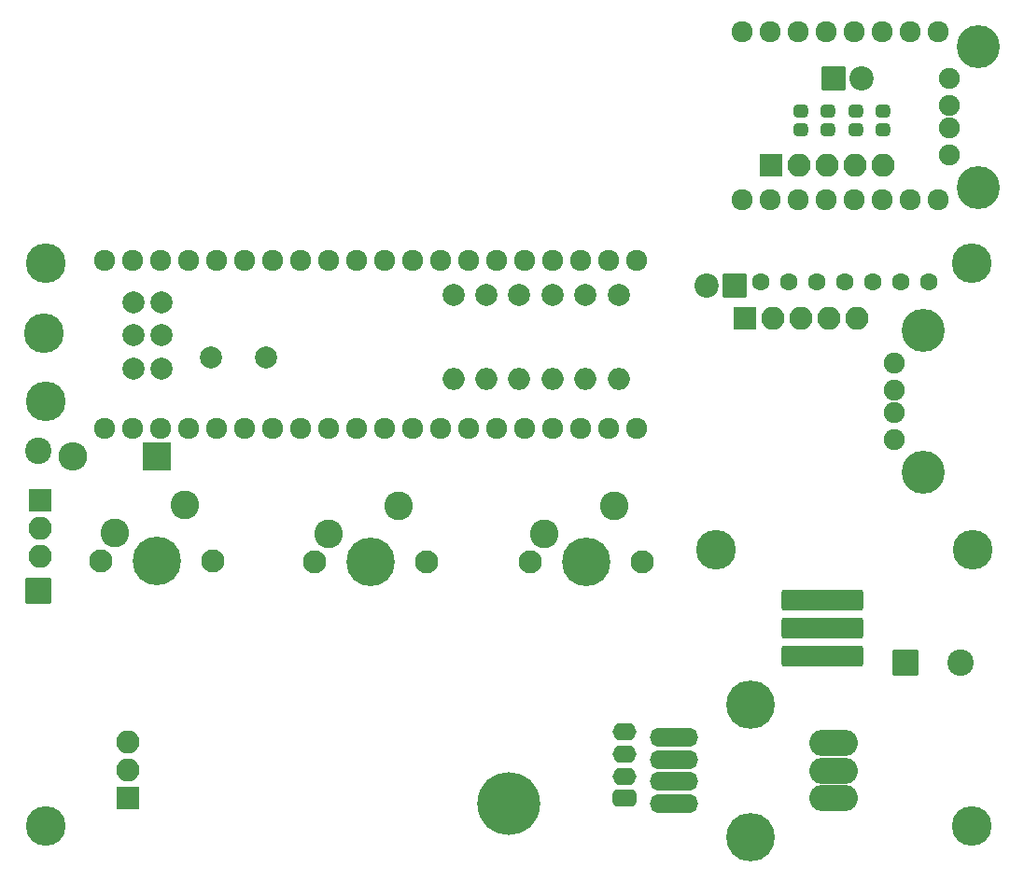
<source format=gbr>
G04 #@! TF.GenerationSoftware,KiCad,Pcbnew,7.0.8-7.0.8~ubuntu22.04.1*
G04 #@! TF.CreationDate,2024-11-12T17:52:49+09:00*
G04 #@! TF.ProjectId,ch32v203KeyBoardBadCable,63683332-7632-4303-934b-6579426f6172,rev?*
G04 #@! TF.SameCoordinates,Original*
G04 #@! TF.FileFunction,Soldermask,Bot*
G04 #@! TF.FilePolarity,Negative*
%FSLAX46Y46*%
G04 Gerber Fmt 4.6, Leading zero omitted, Abs format (unit mm)*
G04 Created by KiCad (PCBNEW 7.0.8-7.0.8~ubuntu22.04.1) date 2024-11-12 17:52:49*
%MOMM*%
%LPD*%
G01*
G04 APERTURE LIST*
G04 Aperture macros list*
%AMRoundRect*
0 Rectangle with rounded corners*
0 $1 Rounding radius*
0 $2 $3 $4 $5 $6 $7 $8 $9 X,Y pos of 4 corners*
0 Add a 4 corners polygon primitive as box body*
4,1,4,$2,$3,$4,$5,$6,$7,$8,$9,$2,$3,0*
0 Add four circle primitives for the rounded corners*
1,1,$1+$1,$2,$3*
1,1,$1+$1,$4,$5*
1,1,$1+$1,$6,$7*
1,1,$1+$1,$8,$9*
0 Add four rect primitives between the rounded corners*
20,1,$1+$1,$2,$3,$4,$5,0*
20,1,$1+$1,$4,$5,$6,$7,0*
20,1,$1+$1,$6,$7,$8,$9,0*
20,1,$1+$1,$8,$9,$2,$3,0*%
G04 Aperture macros list end*
%ADD10RoundRect,0.200000X0.900000X0.900000X-0.900000X0.900000X-0.900000X-0.900000X0.900000X-0.900000X0*%
%ADD11C,2.200000*%
%ADD12C,2.000000*%
%ADD13O,2.000000X2.000000*%
%ADD14C,3.600000*%
%ADD15RoundRect,0.200000X1.100000X1.100000X-1.100000X1.100000X-1.100000X-1.100000X1.100000X-1.100000X0*%
%ADD16O,2.600000X2.600000*%
%ADD17C,5.700000*%
%ADD18RoundRect,0.200000X-3.500000X-0.750000X3.500000X-0.750000X3.500000X0.750000X-3.500000X0.750000X0*%
%ADD19RoundRect,0.200000X-0.850000X-0.850000X0.850000X-0.850000X0.850000X0.850000X-0.850000X0.850000X0*%
%ADD20O,2.100000X2.100000*%
%ADD21RoundRect,0.200000X-1.000000X-1.000000X1.000000X-1.000000X1.000000X1.000000X-1.000000X1.000000X0*%
%ADD22C,2.400000*%
%ADD23O,4.400000X4.400000*%
%ADD24O,4.400000X1.700000*%
%ADD25O,4.400000X2.400000*%
%ADD26C,1.600000*%
%ADD27C,2.100000*%
%ADD28C,4.400000*%
%ADD29C,2.600000*%
%ADD30RoundRect,0.200000X0.850000X-0.850000X0.850000X0.850000X-0.850000X0.850000X-0.850000X-0.850000X0*%
%ADD31C,1.924000*%
%ADD32C,1.901140*%
%ADD33C,3.900000*%
%ADD34RoundRect,0.200000X0.850000X0.850000X-0.850000X0.850000X-0.850000X-0.850000X0.850000X-0.850000X0*%
%ADD35RoundRect,0.450000X0.625000X-0.350000X0.625000X0.350000X-0.625000X0.350000X-0.625000X-0.350000X0*%
%ADD36O,2.150000X1.600000*%
%ADD37RoundRect,0.200000X-0.900000X-0.900000X0.900000X-0.900000X0.900000X0.900000X-0.900000X0.900000X0*%
%ADD38RoundRect,0.400000X-0.275000X0.200000X-0.275000X-0.200000X0.275000X-0.200000X0.275000X0.200000X0*%
%ADD39RoundRect,0.200000X-0.850000X0.850000X-0.850000X-0.850000X0.850000X-0.850000X0.850000X0.850000X0*%
G04 APERTURE END LIST*
D10*
X142585600Y-79244800D03*
D11*
X140045600Y-79244800D03*
D12*
X126085600Y-80124800D03*
D13*
X126085600Y-87744800D03*
D14*
X79985600Y-83544800D03*
D15*
X90205600Y-94744800D03*
D16*
X82585600Y-94744800D03*
D17*
X122085600Y-126244800D03*
D18*
X150585600Y-107744800D03*
X150585600Y-110284800D03*
X150585600Y-112824800D03*
D19*
X79585600Y-98704800D03*
D20*
X79585600Y-101244800D03*
X79585600Y-103784800D03*
D21*
X158085600Y-113419800D03*
D22*
X163085600Y-113419800D03*
D23*
X144085600Y-129244800D03*
X144085600Y-117244800D03*
D24*
X137085600Y-120244800D03*
X137085600Y-122244800D03*
X137085600Y-124244800D03*
X137085600Y-126244800D03*
D25*
X151585600Y-125744800D03*
X151585600Y-123244800D03*
X151585600Y-120744800D03*
D12*
X88085600Y-86744800D03*
X90585600Y-86744800D03*
X88085600Y-83744800D03*
X90585600Y-83744800D03*
D14*
X140935600Y-103244800D03*
X164235600Y-103244800D03*
D26*
X144965600Y-78944800D03*
X147505600Y-78944800D03*
X150045600Y-78944800D03*
X152585600Y-78944800D03*
X155125600Y-78944800D03*
X157665600Y-78944800D03*
X160205600Y-78944800D03*
D27*
X85085600Y-104244800D03*
D28*
X90165600Y-104244800D03*
D27*
X95245600Y-104244800D03*
D29*
X92705600Y-99164800D03*
X86355600Y-101704800D03*
D27*
X124085600Y-104324800D03*
D28*
X129165600Y-104324800D03*
D27*
X134245600Y-104324800D03*
D29*
X131705600Y-99244800D03*
X125355600Y-101784800D03*
D12*
X117085600Y-80124800D03*
D13*
X117085600Y-87744800D03*
D14*
X80085600Y-128244800D03*
D30*
X143545600Y-82244800D03*
D20*
X146085600Y-82244800D03*
X148625600Y-82244800D03*
X151165600Y-82244800D03*
X153705600Y-82244800D03*
D14*
X164085600Y-77244800D03*
D12*
X88085600Y-80744800D03*
X90585600Y-80744800D03*
X95085600Y-85744800D03*
X100085600Y-85744800D03*
D31*
X85445600Y-92244800D03*
X87985600Y-92244800D03*
X90525600Y-92244800D03*
X93065600Y-92244800D03*
X95605600Y-92244800D03*
X98145600Y-92244800D03*
X100685600Y-92244800D03*
X103225600Y-92244800D03*
X105765600Y-92244800D03*
X108305600Y-92244800D03*
X110845600Y-92244800D03*
X113385600Y-92244800D03*
X115925600Y-92244800D03*
X118465600Y-92244800D03*
X121005600Y-92244800D03*
X123545600Y-92244800D03*
X126085600Y-92244800D03*
X128625600Y-92244800D03*
X131165600Y-92244800D03*
X133705600Y-92244800D03*
X133705600Y-77004800D03*
X131165600Y-77004800D03*
X128625600Y-77004800D03*
X126085600Y-77004800D03*
X123545600Y-77004800D03*
X121005600Y-77004800D03*
X118465600Y-77004800D03*
X115925600Y-77004800D03*
X113385600Y-77004800D03*
X110845600Y-77004800D03*
X108305600Y-77004800D03*
X105765600Y-77004800D03*
X103225600Y-77004800D03*
X100685600Y-77004800D03*
X98145600Y-77004800D03*
X95605600Y-77004800D03*
X93065600Y-77004800D03*
X90525600Y-77004800D03*
X87985600Y-77004800D03*
X85445600Y-77004800D03*
D32*
X157085600Y-93244800D03*
X157085600Y-90744800D03*
X157085600Y-88744800D03*
X157085600Y-86244800D03*
D33*
X159737720Y-96144800D03*
X159737720Y-83344800D03*
D12*
X129085600Y-80124800D03*
D13*
X129085600Y-87744800D03*
D12*
X132085600Y-80124800D03*
D13*
X132085600Y-87744800D03*
D34*
X87585600Y-125744800D03*
D20*
X87585600Y-123204800D03*
X87585600Y-120664800D03*
D14*
X80085600Y-77244800D03*
D35*
X132585600Y-125744800D03*
D36*
X132585600Y-123744800D03*
X132585600Y-121744800D03*
X132585600Y-119744800D03*
D12*
X120085600Y-80124800D03*
D13*
X120085600Y-87744800D03*
D12*
X123085600Y-80124800D03*
D13*
X123085600Y-87744800D03*
D27*
X104465600Y-104324800D03*
D28*
X109545600Y-104324800D03*
D27*
X114625600Y-104324800D03*
D29*
X112085600Y-99244800D03*
X105735600Y-101784800D03*
D14*
X80085600Y-89744800D03*
X164085600Y-128244800D03*
D21*
X79475600Y-106944800D03*
D22*
X79475600Y-94244800D03*
D32*
X162085600Y-67434800D03*
X162085600Y-64934800D03*
X162085600Y-62934800D03*
X162085600Y-60434800D03*
D33*
X164737720Y-70334800D03*
X164737720Y-57534800D03*
D31*
X143305600Y-71434800D03*
X145845600Y-71434800D03*
X148385600Y-71434800D03*
X150925600Y-71434800D03*
X153465600Y-71434800D03*
X156005600Y-71434800D03*
X158545600Y-71434800D03*
X161085600Y-71434800D03*
X161085600Y-56194800D03*
X158545600Y-56194800D03*
X156005600Y-56194800D03*
X153465600Y-56194800D03*
X150925600Y-56194800D03*
X148385600Y-56194800D03*
X145845600Y-56194800D03*
X143305600Y-56194800D03*
D37*
X151545600Y-60434800D03*
D11*
X154085600Y-60434800D03*
D38*
X153595600Y-63434800D03*
X153595600Y-65084800D03*
D39*
X145885600Y-68334800D03*
D20*
X148425600Y-68334800D03*
X150965600Y-68334800D03*
X153505600Y-68334800D03*
X156045600Y-68334800D03*
D38*
X148575600Y-63434800D03*
X148575600Y-65084800D03*
X151085600Y-63434800D03*
X151085600Y-65084800D03*
X156105600Y-63434800D03*
X156105600Y-65084800D03*
M02*

</source>
